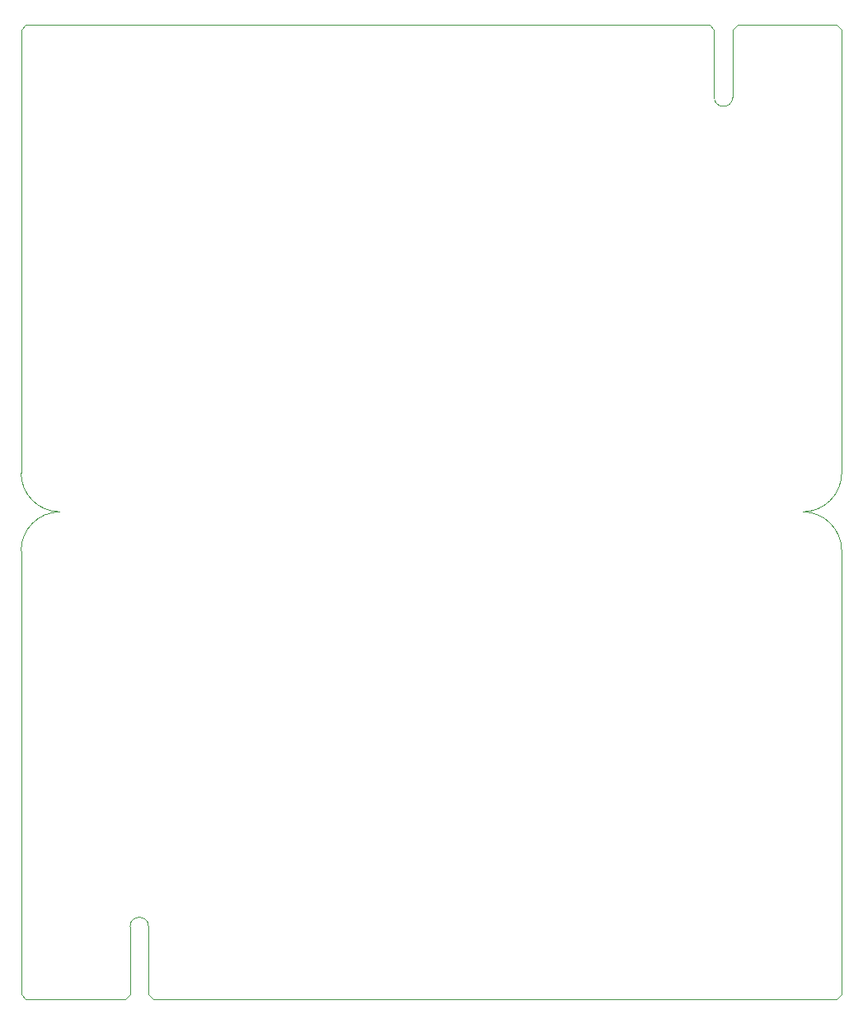
<source format=gm1>
%TF.GenerationSoftware,KiCad,Pcbnew,(5.1.6)-1*%
%TF.CreationDate,2020-06-21T16:44:57+09:00*%
%TF.ProjectId,Solenoid_Valve-fin,536f6c65-6e6f-4696-945f-56616c76652d,rev?*%
%TF.SameCoordinates,Original*%
%TF.FileFunction,Profile,NP*%
%FSLAX46Y46*%
G04 Gerber Fmt 4.6, Leading zero omitted, Abs format (unit mm)*
G04 Created by KiCad (PCBNEW (5.1.6)-1) date 2020-06-21 16:44:57*
%MOMM*%
%LPD*%
G01*
G04 APERTURE LIST*
%TA.AperFunction,Profile*%
%ADD10C,0.100000*%
%TD*%
G04 APERTURE END LIST*
D10*
X204650000Y-37850000D02*
X204650000Y-75450000D01*
X204650000Y-75450000D02*
G75*
G02*
X200650000Y-79450000I-4000000J0D01*
G01*
X124350000Y-79450000D02*
G75*
G02*
X120350000Y-75450000I0J4000000D01*
G01*
X120350000Y-37850000D02*
X120350000Y-75450000D01*
X200650000Y-79450000D02*
G75*
G02*
X204650000Y-83450000I0J-4000000D01*
G01*
X120350000Y-83450000D02*
G75*
G02*
X124350000Y-79450000I4000000J0D01*
G01*
X204650000Y-121050000D02*
X204650000Y-83450000D01*
X120350000Y-121050000D02*
X120350000Y-83450000D01*
%TO.C,J20*%
X193450000Y-36900000D02*
X193450000Y-29950000D01*
X191550000Y-36900000D02*
X191550000Y-29950000D01*
X204650000Y-37850000D02*
X204650000Y-29950000D01*
X204150000Y-29450000D02*
X193950000Y-29450000D01*
X120350000Y-37850000D02*
X120350000Y-29950000D01*
X191050000Y-29450000D02*
X120850000Y-29450000D01*
X204650000Y-29950000D02*
X204150000Y-29450000D01*
X193450000Y-29950000D02*
X193950000Y-29450000D01*
X191550000Y-29950000D02*
X191050000Y-29450000D01*
X120350000Y-29950000D02*
X120850000Y-29450000D01*
X193450000Y-36900000D02*
G75*
G02*
X191550000Y-36900000I-950000J0D01*
G01*
X204650000Y-128950000D02*
X204150000Y-129450000D01*
X133450000Y-128950000D02*
X133950000Y-129450000D01*
X131550000Y-128950000D02*
X131050000Y-129450000D01*
X120350000Y-128950000D02*
X120850000Y-129450000D01*
X133950000Y-129450000D02*
X204150000Y-129450000D01*
X204650000Y-121050000D02*
X204650000Y-128950000D01*
X120850000Y-129450000D02*
X131050000Y-129450000D01*
X120350000Y-121050000D02*
X120350000Y-128950000D01*
X133450000Y-122000000D02*
X133450000Y-128950000D01*
X131550000Y-122000000D02*
X131550000Y-128950000D01*
X131550000Y-122000000D02*
G75*
G02*
X133450000Y-122000000I950000J0D01*
G01*
%TD*%
M02*

</source>
